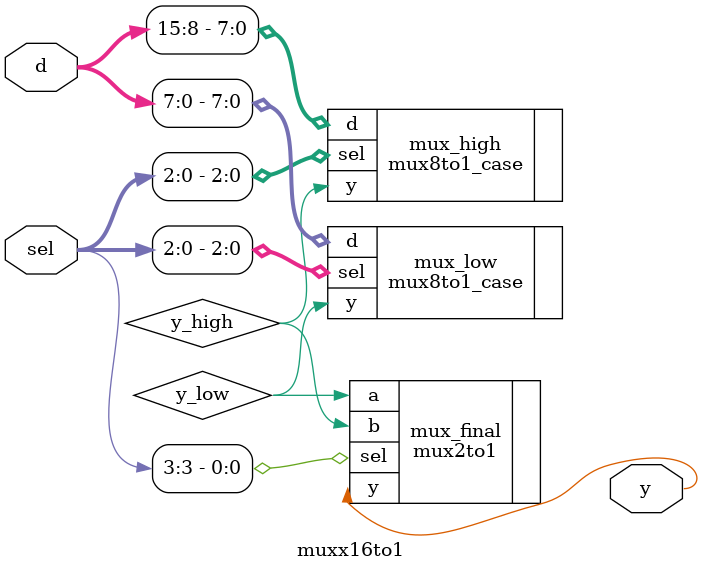
<source format=v>
module muxx16to1 (
    input wire [3:0] sel,
    input wire [15:0] d,
    output wire y
);

wire y_low, y_high;

// Lower half: d[0] to d[7]
mux8to1_case mux_low (
    .sel(sel[2:0]),
    .d(d[7:0]),
    .y(y_low)
);

// Upper half: d[8] to d[15]
mux8to1_case mux_high (
    .sel(sel[2:0]),
    .d(d[15:8]),
    .y(y_high)
);

// Final selection between lower and upper halves
mux2to1 mux_final (
    .sel(sel[3]),
    .a(y_low),
    .b(y_high),
    .y(y)
);

endmodule


</source>
